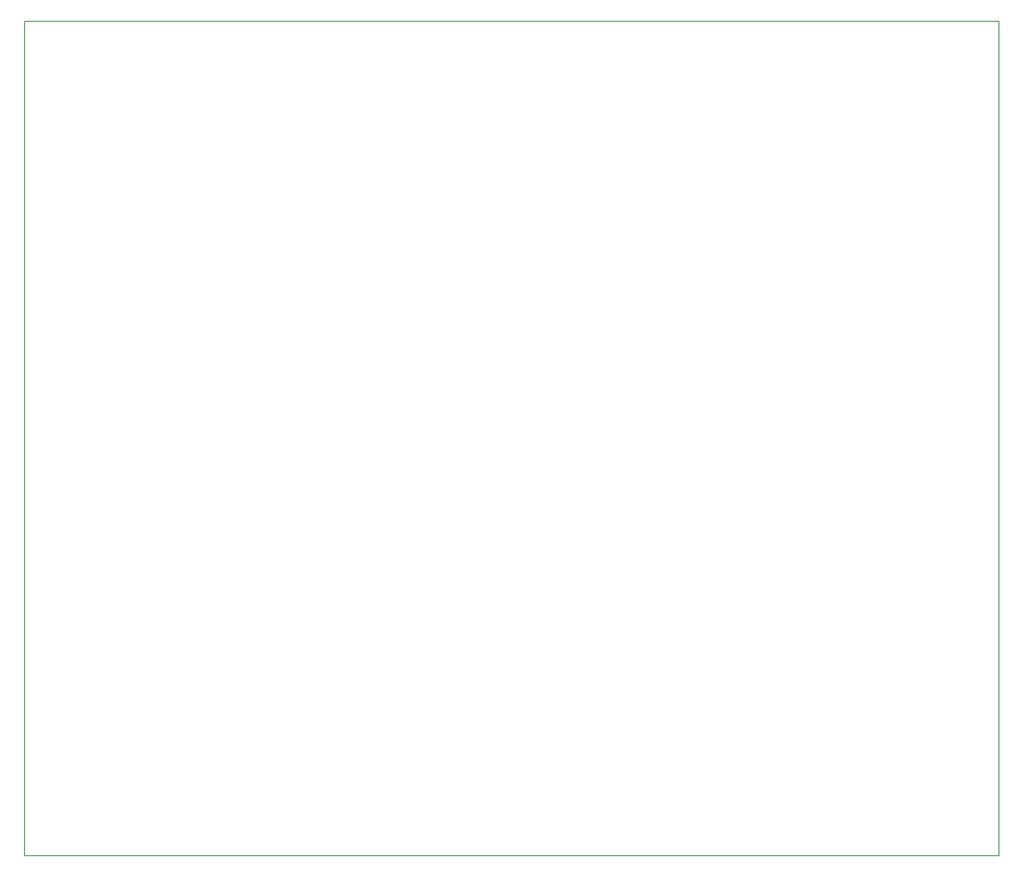
<source format=gm1>
G04 #@! TF.FileFunction,Profile,NP*
%FSLAX46Y46*%
G04 Gerber Fmt 4.6, Leading zero omitted, Abs format (unit mm)*
G04 Created by KiCad (PCBNEW 4.0.1-stable) date Monday, February 22, 2016 'PMt' 07:07:20 PM*
%MOMM*%
G01*
G04 APERTURE LIST*
%ADD10C,0.100000*%
%ADD11C,0.150000*%
G04 APERTURE END LIST*
D10*
D11*
X60960000Y-12700000D02*
X60960000Y-165100000D01*
X238760000Y-12700000D02*
X60960000Y-12700000D01*
X238760000Y-165100000D02*
X238760000Y-12700000D01*
X60960000Y-165100000D02*
X238760000Y-165100000D01*
M02*

</source>
